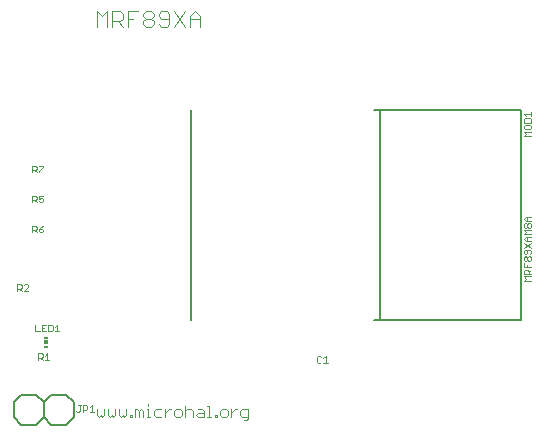
<source format=gtl>
G75*
%MOIN*%
%OFA0B0*%
%FSLAX25Y25*%
%IPPOS*%
%LPD*%
%AMOC8*
5,1,8,0,0,1.08239X$1,22.5*
%
%ADD10C,0.00400*%
%ADD11C,0.00300*%
%ADD12C,0.00200*%
%ADD13C,0.00600*%
%ADD14R,0.01181X0.00591*%
%ADD15R,0.01181X0.01181*%
%ADD16C,0.00500*%
D10*
X0064700Y0438950D02*
X0064700Y0444154D01*
X0066435Y0442420D01*
X0068170Y0444154D01*
X0068170Y0438950D01*
X0069856Y0438950D02*
X0069856Y0444154D01*
X0072459Y0444154D01*
X0073326Y0443287D01*
X0073326Y0441552D01*
X0072459Y0440685D01*
X0069856Y0440685D01*
X0071591Y0440685D02*
X0073326Y0438950D01*
X0075013Y0438950D02*
X0075013Y0444154D01*
X0078482Y0444154D01*
X0080169Y0443287D02*
X0081037Y0444154D01*
X0082771Y0444154D01*
X0083639Y0443287D01*
X0083639Y0442420D01*
X0082771Y0441552D01*
X0081037Y0441552D01*
X0080169Y0442420D01*
X0080169Y0443287D01*
X0081037Y0441552D02*
X0080169Y0440685D01*
X0080169Y0439817D01*
X0081037Y0438950D01*
X0082771Y0438950D01*
X0083639Y0439817D01*
X0083639Y0440685D01*
X0082771Y0441552D01*
X0085326Y0442420D02*
X0086193Y0441552D01*
X0088795Y0441552D01*
X0088795Y0439817D02*
X0088795Y0443287D01*
X0087928Y0444154D01*
X0086193Y0444154D01*
X0085326Y0443287D01*
X0085326Y0442420D01*
X0085326Y0439817D02*
X0086193Y0438950D01*
X0087928Y0438950D01*
X0088795Y0439817D01*
X0090482Y0438950D02*
X0093952Y0444154D01*
X0095638Y0442420D02*
X0097373Y0444154D01*
X0099108Y0442420D01*
X0099108Y0438950D01*
X0099108Y0441552D02*
X0095638Y0441552D01*
X0095638Y0442420D02*
X0095638Y0438950D01*
X0093952Y0438950D02*
X0090482Y0444154D01*
X0076748Y0441552D02*
X0075013Y0441552D01*
D11*
X0081841Y0313220D02*
X0081841Y0312603D01*
X0081841Y0311369D02*
X0081841Y0308900D01*
X0081224Y0308900D02*
X0082459Y0308900D01*
X0083680Y0309517D02*
X0084297Y0308900D01*
X0086148Y0308900D01*
X0087363Y0308900D02*
X0087363Y0311369D01*
X0086148Y0311369D02*
X0084297Y0311369D01*
X0083680Y0310752D01*
X0083680Y0309517D01*
X0081841Y0311369D02*
X0081224Y0311369D01*
X0080010Y0310752D02*
X0080010Y0308900D01*
X0078775Y0308900D02*
X0078775Y0310752D01*
X0079393Y0311369D01*
X0080010Y0310752D01*
X0078775Y0310752D02*
X0078158Y0311369D01*
X0077541Y0311369D01*
X0077541Y0308900D01*
X0076317Y0308900D02*
X0075699Y0308900D01*
X0075699Y0309517D01*
X0076317Y0309517D01*
X0076317Y0308900D01*
X0074485Y0309517D02*
X0074485Y0311369D01*
X0074485Y0309517D02*
X0073868Y0308900D01*
X0073251Y0309517D01*
X0072633Y0308900D01*
X0072016Y0309517D01*
X0072016Y0311369D01*
X0070802Y0311369D02*
X0070802Y0309517D01*
X0070185Y0308900D01*
X0069568Y0309517D01*
X0068950Y0308900D01*
X0068333Y0309517D01*
X0068333Y0311369D01*
X0067119Y0311369D02*
X0067119Y0309517D01*
X0066502Y0308900D01*
X0065884Y0309517D01*
X0065267Y0308900D01*
X0064650Y0309517D01*
X0064650Y0311369D01*
X0087363Y0310134D02*
X0088597Y0311369D01*
X0089214Y0311369D01*
X0090432Y0310752D02*
X0090432Y0309517D01*
X0091049Y0308900D01*
X0092284Y0308900D01*
X0092901Y0309517D01*
X0092901Y0310752D01*
X0092284Y0311369D01*
X0091049Y0311369D01*
X0090432Y0310752D01*
X0094115Y0310752D02*
X0094732Y0311369D01*
X0095967Y0311369D01*
X0096584Y0310752D01*
X0096584Y0308900D01*
X0097798Y0309517D02*
X0098415Y0310134D01*
X0100267Y0310134D01*
X0100267Y0310752D02*
X0100267Y0308900D01*
X0098415Y0308900D01*
X0097798Y0309517D01*
X0098415Y0311369D02*
X0099650Y0311369D01*
X0100267Y0310752D01*
X0101481Y0312603D02*
X0102099Y0312603D01*
X0102099Y0308900D01*
X0102716Y0308900D02*
X0101481Y0308900D01*
X0103937Y0308900D02*
X0104554Y0308900D01*
X0104554Y0309517D01*
X0103937Y0309517D01*
X0103937Y0308900D01*
X0105778Y0309517D02*
X0106396Y0308900D01*
X0107630Y0308900D01*
X0108247Y0309517D01*
X0108247Y0310752D01*
X0107630Y0311369D01*
X0106396Y0311369D01*
X0105778Y0310752D01*
X0105778Y0309517D01*
X0109462Y0308900D02*
X0109462Y0311369D01*
X0110696Y0311369D02*
X0109462Y0310134D01*
X0110696Y0311369D02*
X0111313Y0311369D01*
X0112531Y0310752D02*
X0112531Y0309517D01*
X0113148Y0308900D01*
X0115000Y0308900D01*
X0115000Y0308283D02*
X0115000Y0311369D01*
X0113148Y0311369D01*
X0112531Y0310752D01*
X0113765Y0307666D02*
X0114382Y0307666D01*
X0115000Y0308283D01*
X0094115Y0308900D02*
X0094115Y0312603D01*
D12*
X0063688Y0310550D02*
X0062220Y0310550D01*
X0062954Y0310550D02*
X0062954Y0312752D01*
X0062220Y0312018D01*
X0061478Y0312385D02*
X0061478Y0311651D01*
X0061111Y0311284D01*
X0060010Y0311284D01*
X0060010Y0310550D02*
X0060010Y0312752D01*
X0061111Y0312752D01*
X0061478Y0312385D01*
X0059268Y0312752D02*
X0058534Y0312752D01*
X0058901Y0312752D02*
X0058901Y0310917D01*
X0058534Y0310550D01*
X0058167Y0310550D01*
X0057800Y0310917D01*
X0048778Y0327850D02*
X0047310Y0327850D01*
X0048044Y0327850D02*
X0048044Y0330052D01*
X0047310Y0329318D01*
X0046568Y0329685D02*
X0046568Y0328951D01*
X0046201Y0328584D01*
X0045100Y0328584D01*
X0045834Y0328584D02*
X0046568Y0327850D01*
X0045100Y0327850D02*
X0045100Y0330052D01*
X0046201Y0330052D01*
X0046568Y0329685D01*
X0046310Y0337350D02*
X0047778Y0337350D01*
X0048520Y0337350D02*
X0049621Y0337350D01*
X0049988Y0337717D01*
X0049988Y0339185D01*
X0049621Y0339552D01*
X0048520Y0339552D01*
X0048520Y0337350D01*
X0047044Y0338451D02*
X0046310Y0338451D01*
X0046310Y0339552D02*
X0046310Y0337350D01*
X0045568Y0337350D02*
X0044100Y0337350D01*
X0044100Y0339552D01*
X0046310Y0339552D02*
X0047778Y0339552D01*
X0050730Y0338818D02*
X0051464Y0339552D01*
X0051464Y0337350D01*
X0050730Y0337350D02*
X0052198Y0337350D01*
X0041778Y0350850D02*
X0040310Y0350850D01*
X0041778Y0352318D01*
X0041778Y0352685D01*
X0041411Y0353052D01*
X0040677Y0353052D01*
X0040310Y0352685D01*
X0039568Y0352685D02*
X0039568Y0351951D01*
X0039201Y0351584D01*
X0038100Y0351584D01*
X0038834Y0351584D02*
X0039568Y0350850D01*
X0038100Y0350850D02*
X0038100Y0353052D01*
X0039201Y0353052D01*
X0039568Y0352685D01*
X0043100Y0370350D02*
X0043100Y0372552D01*
X0044201Y0372552D01*
X0044568Y0372185D01*
X0044568Y0371451D01*
X0044201Y0371084D01*
X0043100Y0371084D01*
X0043834Y0371084D02*
X0044568Y0370350D01*
X0045310Y0370717D02*
X0045677Y0370350D01*
X0046411Y0370350D01*
X0046778Y0370717D01*
X0046778Y0371084D01*
X0046411Y0371451D01*
X0045310Y0371451D01*
X0045310Y0370717D01*
X0045310Y0371451D02*
X0046044Y0372185D01*
X0046778Y0372552D01*
X0046411Y0380350D02*
X0045677Y0380350D01*
X0045310Y0380717D01*
X0045310Y0381451D02*
X0046044Y0381818D01*
X0046411Y0381818D01*
X0046778Y0381451D01*
X0046778Y0380717D01*
X0046411Y0380350D01*
X0045310Y0381451D02*
X0045310Y0382552D01*
X0046778Y0382552D01*
X0044568Y0382185D02*
X0044568Y0381451D01*
X0044201Y0381084D01*
X0043100Y0381084D01*
X0043834Y0381084D02*
X0044568Y0380350D01*
X0043100Y0380350D02*
X0043100Y0382552D01*
X0044201Y0382552D01*
X0044568Y0382185D01*
X0044568Y0390350D02*
X0043834Y0391084D01*
X0044201Y0391084D02*
X0043100Y0391084D01*
X0043100Y0390350D02*
X0043100Y0392552D01*
X0044201Y0392552D01*
X0044568Y0392185D01*
X0044568Y0391451D01*
X0044201Y0391084D01*
X0045310Y0390717D02*
X0045310Y0390350D01*
X0045310Y0390717D02*
X0046778Y0392185D01*
X0046778Y0392552D01*
X0045310Y0392552D01*
X0137950Y0328744D02*
X0137950Y0327276D01*
X0138317Y0326909D01*
X0139051Y0326909D01*
X0139418Y0327276D01*
X0140160Y0326909D02*
X0141628Y0326909D01*
X0140894Y0326909D02*
X0140894Y0329111D01*
X0140160Y0328377D01*
X0139418Y0328744D02*
X0139051Y0329111D01*
X0138317Y0329111D01*
X0137950Y0328744D01*
X0207098Y0354251D02*
X0207832Y0354985D01*
X0207098Y0355719D01*
X0209300Y0355719D01*
X0209300Y0356461D02*
X0207098Y0356461D01*
X0207098Y0357562D01*
X0207465Y0357929D01*
X0208199Y0357929D01*
X0208566Y0357562D01*
X0208566Y0356461D01*
X0208566Y0357195D02*
X0209300Y0357929D01*
X0209300Y0358671D02*
X0207098Y0358671D01*
X0207098Y0360139D01*
X0207465Y0360881D02*
X0207832Y0360881D01*
X0208199Y0361248D01*
X0208199Y0361982D01*
X0208566Y0362349D01*
X0208933Y0362349D01*
X0209300Y0361982D01*
X0209300Y0361248D01*
X0208933Y0360881D01*
X0208566Y0360881D01*
X0208199Y0361248D01*
X0208199Y0361982D02*
X0207832Y0362349D01*
X0207465Y0362349D01*
X0207098Y0361982D01*
X0207098Y0361248D01*
X0207465Y0360881D01*
X0208199Y0359405D02*
X0208199Y0358671D01*
X0207832Y0363091D02*
X0208199Y0363458D01*
X0208199Y0364559D01*
X0207465Y0364559D02*
X0207098Y0364192D01*
X0207098Y0363458D01*
X0207465Y0363091D01*
X0207832Y0363091D01*
X0208933Y0363091D02*
X0209300Y0363458D01*
X0209300Y0364192D01*
X0208933Y0364559D01*
X0207465Y0364559D01*
X0207098Y0365301D02*
X0209300Y0366768D01*
X0209300Y0367510D02*
X0207832Y0367510D01*
X0207098Y0368244D01*
X0207832Y0368978D01*
X0209300Y0368978D01*
X0209300Y0369720D02*
X0207098Y0369720D01*
X0207832Y0370454D01*
X0207098Y0371188D01*
X0209300Y0371188D01*
X0208933Y0371930D02*
X0208566Y0371930D01*
X0208199Y0372297D01*
X0208199Y0373031D01*
X0208566Y0373398D01*
X0208933Y0373398D01*
X0209300Y0373031D01*
X0209300Y0372297D01*
X0208933Y0371930D01*
X0208199Y0372297D02*
X0207832Y0371930D01*
X0207465Y0371930D01*
X0207098Y0372297D01*
X0207098Y0373031D01*
X0207465Y0373398D01*
X0207832Y0373398D01*
X0208199Y0373031D01*
X0208199Y0374140D02*
X0208199Y0375608D01*
X0207832Y0375608D02*
X0209300Y0375608D01*
X0207832Y0375608D02*
X0207098Y0374874D01*
X0207832Y0374140D01*
X0209300Y0374140D01*
X0208199Y0368978D02*
X0208199Y0367510D01*
X0207098Y0366768D02*
X0209300Y0365301D01*
X0209300Y0354251D02*
X0207098Y0354251D01*
X0207098Y0402510D02*
X0207832Y0403244D01*
X0207098Y0403978D01*
X0209300Y0403978D01*
X0208933Y0404720D02*
X0209300Y0405087D01*
X0209300Y0405821D01*
X0208933Y0406188D01*
X0207465Y0406188D01*
X0207098Y0405821D01*
X0207098Y0405087D01*
X0207465Y0404720D01*
X0208933Y0404720D01*
X0209300Y0402510D02*
X0207098Y0402510D01*
X0207098Y0406930D02*
X0207098Y0408031D01*
X0207465Y0408398D01*
X0208933Y0408398D01*
X0209300Y0408031D01*
X0209300Y0406930D01*
X0207098Y0406930D01*
X0207832Y0409140D02*
X0207098Y0409874D01*
X0209300Y0409874D01*
X0209300Y0409140D02*
X0209300Y0410608D01*
D13*
X0044500Y0306250D02*
X0039500Y0306250D01*
X0037000Y0308750D01*
X0037000Y0313750D01*
X0039500Y0316250D01*
X0044500Y0316250D01*
X0047000Y0313750D01*
X0049500Y0316250D01*
X0054500Y0316250D01*
X0057000Y0313750D01*
X0057000Y0308750D01*
X0054500Y0306250D01*
X0049500Y0306250D01*
X0047000Y0308750D01*
X0044500Y0306250D01*
X0047000Y0308750D02*
X0047000Y0313750D01*
D14*
X0047591Y0332274D03*
X0047591Y0335226D03*
D15*
X0047591Y0333750D03*
D16*
X0096000Y0341250D02*
X0096000Y0411250D01*
X0157000Y0411250D02*
X0159000Y0411250D01*
X0206000Y0411250D01*
X0206000Y0341250D01*
X0159000Y0341250D01*
X0157000Y0341250D01*
X0159000Y0341250D02*
X0159000Y0411250D01*
M02*

</source>
